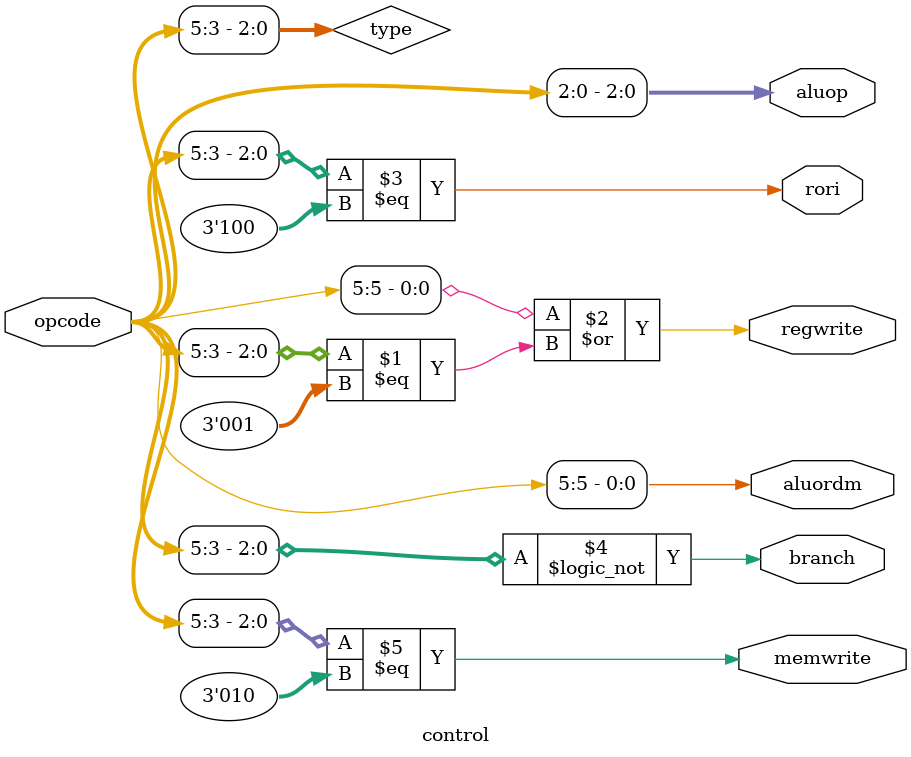
<source format=v>
`ifndef _control
`define _control
module control(
    input wire [5:0] opcode,
    output wire regwrite, memwrite, rori, aluordm, branch,
    // rori is r when 1, aluordm is alu when 1
    output wire [2:0] aluop);

    wire [2:0] type = opcode[5:3];

    assign aluop = opcode[2:0];
    assign aluordm = opcode[5];
    assign regwrite = opcode[5] | (type == 3'b001);
    assign rori = (type == 3'b100);
    assign branch = (type == 3'b000);
    assign memwrite = (type == 3'b010);
endmodule
`endif
</source>
